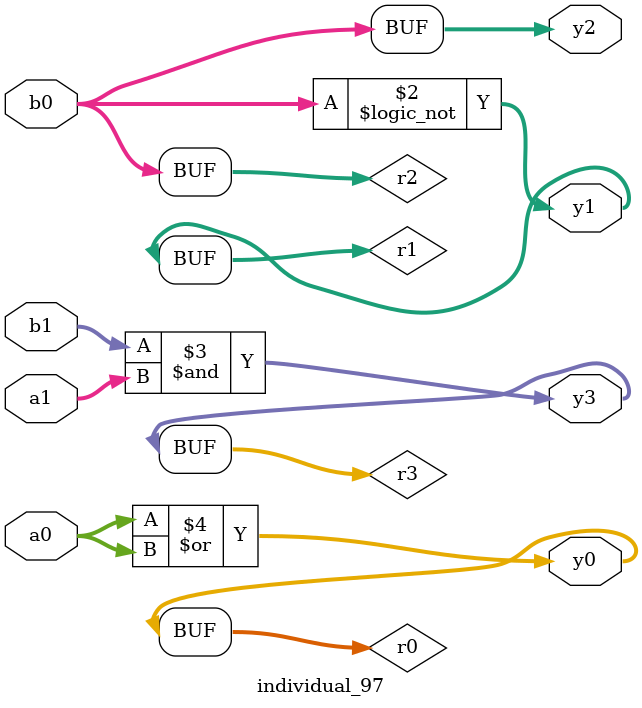
<source format=sv>
module individual_97(input logic [15:0] a1, input logic [15:0] a0, input logic [15:0] b1, input logic [15:0] b0, output logic [15:0] y3, output logic [15:0] y2, output logic [15:0] y1, output logic [15:0] y0);
logic [15:0] r0, r1, r2, r3; 
 always@(*) begin 
	 r0 = a0; r1 = a1; r2 = b0; r3 = b1; 
 	 r1 = ! b0 ;
 	 r3  &=  a1 ;
 	 r0  |=  a0 ;
 	 y3 = r3; y2 = r2; y1 = r1; y0 = r0; 
end
endmodule
</source>
